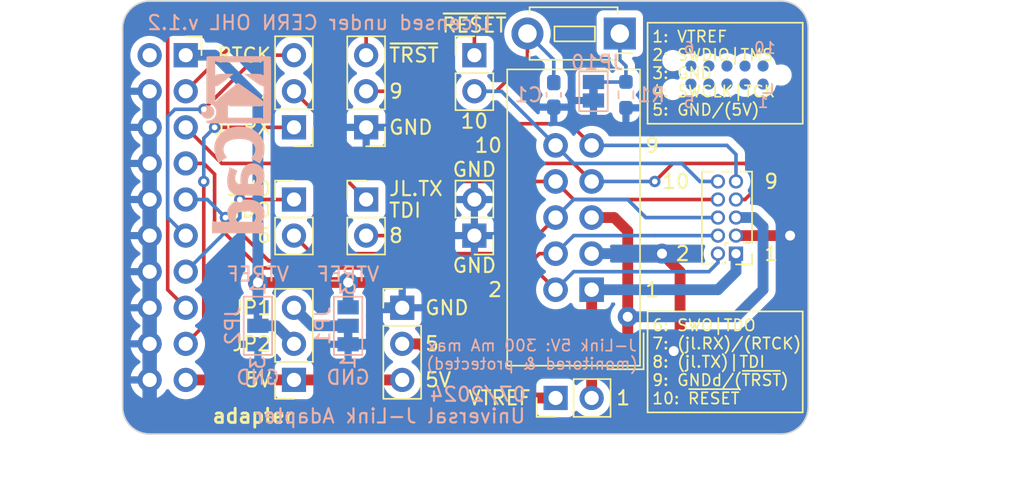
<source format=kicad_pcb>
(kicad_pcb (version 20221018) (generator pcbnew)
  (title_block (date "2020-12-26"))
  (layers (0 "F.Cu" signal) (31 "B.Cu" signal) (34 "B.Paste" user) (35 "F.Paste" user) (36 "B.SilkS" user "B.Silkscreen") (37 "F.SilkS" user "F.Silkscreen") (38 "B.Mask" user) (39 "F.Mask" user) (44 "Edge.Cuts" user))
  (net 0 "")
  (net 1 "/GND")
  (net 2 "/5V-Supply")
  (net 3 "/RXD")
  (net 4 "/~{RESET}")
  (net 5 "/SWO-TDO")
  (net 6 "/RTCK")
  (net 7 "/SWCLK-TCK")
  (net 8 "/SWDIO-TMS")
  (net 9 "/TXD-TDI")
  (net 10 "/~{TRST}")
  (net 11 "/VTREF")
  (net 12 "PIN9")
  (net 13 "PIN8")
  (net 14 "PIN7")
  (net 15 "PIN5")
  (net 16 "PIN1")
  (net 17 "VREG2")
  (net 18 "VREG1")
  (net 19 "PIN6")
  (net 21 "PIN10")
  (net 22 "Net-(JP10-B)")
  (footprint "Connector_PinSocket_2.54mm:PinSocket_1x03_P2.54mm_Vertical" (layer "F.Cu") (at 101.6 118.11 180)
    (fp_text reference "J4" hide)
    (fp_text value "Conn_01x03" hide)
    (pad "1" thru_hole rect (at 0 0 180) (size 1.7 1.7) (drill 1) (layers "*.Cu" "*.Mask") (net 2 "/5V-Supply"))
    (pad "2" thru_hole oval (at 0 2.54 180) (size 1.7 1.7) (drill 1) (layers "*.Cu" "*.Mask") (net 18 "VREG1"))
    (pad "3" thru_hole oval (at 0 5.08 180) (size 1.7 1.7) (drill 1) (layers "*.Cu" "*.Mask") (net 17 "VREG2"))
  )
  (footprint "Connector_PinHeader_2.54mm:PinHeader_1x02_P2.54mm_Vertical" (layer "F.Cu") (at 120.015 119.38 90)
    (fp_text reference "JP5" hide)
    (fp_text value "Jumper_2_Bridged" hide)
    (pad "1" thru_hole rect (at 0 0 90) (size 1.7 1.7) (drill 1) (layers "*.Cu" "*.Mask") (net 11 "/VTREF"))
    (pad "2" thru_hole oval (at 0 2.54 90) (size 1.7 1.7) (drill 1) (layers "*.Cu" "*.Mask") (net 16 "PIN1"))
  )
  (footprint "Connector_PinSocket_2.54mm:PinSocket_2x10_P2.54mm_Horizontal" (layer "F.Cu") (at 93.98 95.25)
    (fp_text reference "J1" hide)
    (fp_text value "Conn_02x10_Odd_Even" hide)
    (pad "1" thru_hole rect (at 0 0) (size 1.7 1.7) (drill 1) (layers "*.Cu" "*.Mask") (net 11 "/VTREF"))
    (pad "2" thru_hole oval (at -2.54 0) (size 1.7 1.7) (drill 1) (layers "*.Cu" "*.Mask"))
    (pad "3" thru_hole oval (at 0 2.54) (size 1.7 1.7) (drill 1) (layers "*.Cu" "*.Mask") (net 10 "/~{TRST}"))
    (pad "4" thru_hole oval (at -2.54 2.54) (size 1.7 1.7) (drill 1) (layers "*.Cu" "*.Mask") (net 1 "/GND"))
    (pad "5" thru_hole oval (at 0 5.08) (size 1.7 1.7) (drill 1) (layers "*.Cu" "*.Mask") (net 9 "/TXD-TDI"))
    (pad "6" thru_hole oval (at -2.54 5.08) (size 1.7 1.7) (drill 1) (layers "*.Cu" "*.Mask") (net 1 "/GND"))
    (pad "7" thru_hole oval (at 0 7.62) (size 1.7 1.7) (drill 1) (layers "*.Cu" "*.Mask") (net 8 "/SWDIO-TMS"))
    (pad "8" thru_hole oval (at -2.54 7.62) (size 1.7 1.7) (drill 1) (layers "*.Cu" "*.Mask") (net 1 "/GND"))
    (pad "9" thru_hole oval (at 0 10.16) (size 1.7 1.7) (drill 1) (layers "*.Cu" "*.Mask") (net 7 "/SWCLK-TCK"))
    (pad "10" thru_hole oval (at -2.54 10.16) (size 1.7 1.7) (drill 1) (layers "*.Cu" "*.Mask") (net 1 "/GND"))
    (pad "11" thru_hole oval (at 0 12.7) (size 1.7 1.7) (drill 1) (layers "*.Cu" "*.Mask") (net 6 "/RTCK"))
    (pad "12" thru_hole oval (at -2.54 12.7) (size 1.7 1.7) (drill 1) (layers "*.Cu" "*.Mask") (net 1 "/GND"))
    (pad "13" thru_hole oval (at 0 15.24) (size 1.7 1.7) (drill 1) (layers "*.Cu" "*.Mask") (net 5 "/SWO-TDO"))
    (pad "14" thru_hole oval (at -2.54 15.24) (size 1.7 1.7) (drill 1) (layers "*.Cu" "*.Mask") (net 1 "/GND"))
    (pad "15" thru_hole oval (at 0 17.78) (size 1.7 1.7) (drill 1) (layers "*.Cu" "*.Mask") (net 4 "/~{RESET}"))
    (pad "16" thru_hole oval (at -2.54 17.78) (size 1.7 1.7) (drill 1) (layers "*.Cu" "*.Mask") (net 1 "/GND"))
    (pad "17" thru_hole oval (at 0 20.32) (size 1.7 1.7) (drill 1) (layers "*.Cu" "*.Mask") (net 3 "/RXD"))
    (pad "18" thru_hole oval (at -2.54 20.32) (size 1.7 1.7) (drill 1) (layers "*.Cu" "*.Mask") (net 1 "/GND"))
    (pad "19" thru_hole oval (at 0 22.86) (size 1.7 1.7) (drill 1) (layers "*.Cu" "*.Mask") (net 2 "/5V-Supply"))
    (pad "20" thru_hole oval (at -2.54 22.86) (size 1.7 1.7) (drill 1) (layers "*.Cu" "*.Mask") (net 1 "/GND"))
  )
  (footprint "Connector_IDC:IDC-Header_2x05_P2.54mm_Vertical" (layer "F.Cu") (at 122.555 111.76 180)
    (fp_text reference "J2" hide)
    (fp_text value "Conn_02x05_Odd_Even" hide)
    (pad "1" thru_hole rect (at 0 0 180) (size 1.7272 1.7272) (drill 1.016) (layers "*.Cu" "*.Mask") (net 16 "PIN1"))
    (pad "2" thru_hole oval (at 2.54 0 180) (size 1.7272 1.7272) (drill 1.016) (layers "*.Cu" "*.Mask") (net 8 "/SWDIO-TMS"))
    (pad "3" thru_hole oval (at 0 2.54 180) (size 1.7272 1.7272) (drill 1.016) (layers "*.Cu" "*.Mask") (net 1 "/GND"))
    (pad "4" thru_hole oval (at 2.54 2.54 180) (size 1.7272 1.7272) (drill 1.016) (layers "*.Cu" "*.Mask") (net 7 "/SWCLK-TCK"))
    (pad "5" thru_hole oval (at 0 5.08 180) (size 1.7272 1.7272) (drill 1.016) (layers "*.Cu" "*.Mask") (net 15 "PIN5"))
    (pad "6" thru_hole oval (at 2.54 5.08 180) (size 1.7272 1.7272) (drill 1.016) (layers "*.Cu" "*.Mask") (net 19 "PIN6"))
    (pad "7" thru_hole oval (at 0 7.62 180) (size 1.7272 1.7272) (drill 1.016) (layers "*.Cu" "*.Mask") (net 14 "PIN7"))
    (pad "8" thru_hole oval (at 2.54 7.62 180) (size 1.7272 1.7272) (drill 1.016) (layers "*.Cu" "*.Mask") (net 13 "PIN8"))
    (pad "9" thru_hole oval (at 0 10.16 180) (size 1.7272 1.7272) (drill 1.016) (layers "*.Cu" "*.Mask") (net 12 "PIN9"))
    (pad "10" thru_hole oval (at 2.54 10.16 180) (size 1.7272 1.7272) (drill 1.016) (layers "*.Cu" "*.Mask") (net 21 "PIN10"))
  )
  (footprint "Connector_PinHeader_2.54mm:PinHeader_1x02_P2.54mm_Vertical" (layer "F.Cu") (at 106.68 105.41)
    (fp_text reference "JP4" hide)
    (fp_text value "Jumper_2_Bridged" hide)
    (pad "1" thru_hole rect (at 0 0) (size 1.7 1.7) (drill 1) (layers "*.Cu" "*.Mask") (net 9 "/TXD-TDI"))
    (pad "2" thru_hole oval (at 0 2.54) (size 1.7 1.7) (drill 1) (layers "*.Cu" "*.Mask") (net 13 "PIN8"))
  )
  (footprint "Connector_PinHeader_2.54mm:PinHeader_1x03_P2.54mm_Vertical" (layer "F.Cu") (at 101.6 100.33 180)
    (fp_text reference "JP6" hide)
    (fp_text value "Jumper_3_Bridged12" hide)
    (pad "1" thru_hole rect (at 0 0 180) (size 1.7 1.7) (drill 1) (layers "*.Cu" "*.Mask") (net 3 "/RXD"))
    (pad "2" thru_hole oval (at 0 2.54 180) (size 1.7 1.7) (drill 1) (layers "*.Cu" "*.Mask") (net 14 "PIN7"))
    (pad "3" thru_hole oval (at 0 5.08 180) (size 1.7 1.7) (drill 1) (layers "*.Cu" "*.Mask") (net 6 "/RTCK"))
  )
  (footprint "Connector_PinHeader_2.54mm:PinHeader_1x03_P2.54mm_Vertical" (layer "F.Cu") (at 106.68 100.33 180)
    (fp_text reference "JP7" hide)
    (fp_text value "Jumper_3_Bridged12" hide)
    (pad "1" thru_hole rect (at 0 0 180) (size 1.7 1.7) (drill 1) (layers "*.Cu" "*.Mask") (net 1 "/GND"))
    (pad "2" thru_hole oval (at 0 2.54 180) (size 1.7 1.7) (drill 1) (layers "*.Cu" "*.Mask") (net 12 "PIN9"))
    (pad "3" thru_hole oval (at 0 5.08 180) (size 1.7 1.7) (drill 1) (layers "*.Cu" "*.Mask") (net 10 "/~{TRST}"))
  )
  (footprint "Connector_PinHeader_2.54mm:PinHeader_1x03_P2.54mm_Vertical" (layer "F.Cu") (at 109.22 113.03)
    (fp_text reference "JP3" hide)
    (fp_text value "Jumper_3_Bridged12" hide)
    (pad "1" thru_hole rect (at 0 0) (size 1.7 1.7) (drill 1) (layers "*.Cu" "*.Mask") (net 1 "/GND"))
    (pad "2" thru_hole oval (at 0 2.54) (size 1.7 1.7) (drill 1) (layers "*.Cu" "*.Mask") (net 15 "PIN5"))
    (pad "3" thru_hole oval (at 0 5.08) (size 1.7 1.7) (drill 1) (layers "*.Cu" "*.Mask") (net 2 "/5V-Supply"))
  )
  (footprint "Connector_PinHeader_1.27mm:PinHeader_2x05_P1.27mm_Vertical" (layer "F.Cu") (at 132.715 109.22 180)
    (fp_text reference "J3" hide)
    (fp_text value "Conn_02x05_Odd_Even" hide)
    (pad "1" thru_hole rect (at 0 0 180) (size 1 1) (drill 0.65) (layers "*.Cu" "*.Mask") (net 16 "PIN1"))
    (pad "2" thru_hole oval (at 1.27 0 180) (size 1 1) (drill 0.65) (layers "*.Cu" "*.Mask") (net 8 "/SWDIO-TMS"))
    (pad "3" thru_hole oval (at 0 1.27 180) (size 1 1) (drill 0.65) (layers "*.Cu" "*.Mask") (net 1 "/GND"))
    (pad "4" thru_hole oval (at 1.27 1.27 180) (size 1 1) (drill 0.65) (layers "*.Cu" "*.Mask") (net 7 "/SWCLK-TCK"))
    (pad "5" thru_hole oval (at 0 2.54 180) (size 1 1) (drill 0.65) (layers "*.Cu" "*.Mask") (net 15 "PIN5"))
    (pad "6" thru_hole oval (at 1.27 2.54 180) (size 1 1) (drill 0.65) (layers "*.Cu" "*.Mask") (net 19 "PIN6"))
    (pad "7" thru_hole oval (at 0 3.81 180) (size 1 1) (drill 0.65) (layers "*.Cu" "*.Mask") (net 14 "PIN7"))
    (pad "8" thru_hole oval (at 1.27 3.81 180) (size 1 1) (drill 0.65) (layers "*.Cu" "*.Mask") (net 13 "PIN8"))
    (pad "9" thru_hole oval (at 0 5.08 180) (size 1 1) (drill 0.65) (layers "*.Cu" "*.Mask") (net 12 "PIN9"))
    (pad "10" thru_hole oval (at 1.27 5.08 180) (size 1 1) (drill 0.65) (layers "*.Cu" "*.Mask") (net 21 "PIN10"))
  )
  (footprint "Connector_PinHeader_2.54mm:PinHeader_1x02_P2.54mm_Vertical" (layer "F.Cu") (at 101.6 105.41)
    (fp_text reference "JP8" hide)
    (fp_text value "Jumper_2_Bridged" hide)
    (pad "1" thru_hole rect (at 0 0) (size 1.7 1.7) (drill 1) (layers "*.Cu" "*.Mask") (net 5 "/SWO-TDO"))
    (pad "2" thru_hole oval (at 0 2.54) (size 1.7 1.7) (drill 1) (layers "*.Cu" "*.Mask") (net 19 "PIN6"))
  )
  (footprint "Connector_PinHeader_2.54mm:PinHeader_1x02_P2.54mm_Vertical" (layer "F.Cu") (at 114.3 107.95 180)
    (fp_text reference "J5" hide)
    (fp_text value "Conn_01x02_Pin" hide)
    (pad "1" thru_hole rect (at 0 0 180) (size 1.7 1.7) (drill 1) (layers "*.Cu" "*.Mask") (net 1 "/GND"))
    (pad "2" thru_hole oval (at 0 2.54 180) (size 1.7 1.7) (drill 1) (layers "*.Cu" "*.Mask") (net 1 "/GND"))
  )
  (footprint "Connector_PinHeader_2.54mm:PinHeader_1x02_P2.54mm_Vertical" (layer "F.Cu") (at 114.3 95.25)
    (fp_text reference "JP9" hide)
    (fp_text value "Jumper_2_Bridged" hide)
    (pad "1" thru_hole rect (at 0 0) (size 1.7 1.7) (drill 1) (layers "*.Cu" "*.Mask") (net 4 "/~{RESET}"))
    (pad "2" thru_hole oval (at 0 2.54) (size 1.7 1.7) (drill 1) (layers "*.Cu" "*.Mask") (net 21 "PIN10"))
  )
  (footprint "Button_Switch_THT:SW_PUSH_1P1T_6x3.5mm_H4.3_APEM_MJTP1243" (layer "F.Cu") (at 124.535 93.726 180)
    (fp_text reference "SW1" hide)
    (fp_text value "SW_Push" hide)
    (pad "1" thru_hole rect (at 0 0 270) (size 2.25 2.25) (drill 1.3) (layers "*.Cu" "*.Mask") (net 22 "Net-(JP10-B)"))
    (pad "2" thru_hole circle (at 6.5 0 270) (size 2.25 2.25) (drill 1.3) (layers "*.Cu" "*.Mask") (net 21 "PIN10"))
  )
  (footprint "Jumper:SolderJumper-3_P1.3mm_Bridged12_Pad1.0x1.5mm_NumberLabels" (layer "B.Cu") (at 99.06 114.3 -90)
    (fp_text reference "JP2" (at 0 1.778 90) (layer "B.SilkS") (effects (justify mirror)))
    (fp_text value "SolderJumper_3_Bridged12" hide)
    (fp_text user "GND" (at 3.048 0) (layer "B.SilkS") (effects (justify top mirror)))
    (fp_text user "1" (at -2.6 0 90) (layer "B.SilkS") (effects (justify mirror)))
    (fp_text user "VTREF" (at -3.048 0) (layer "B.SilkS") (effects (justify bottom mirror)))
    (fp_text user "3" (at 2.6 0 90) (layer "B.SilkS") (effects (justify mirror)))
    (fp_poly (pts (xy -0.9 0.3) (xy -0.4 0.3) (xy -0.4 -0.3) (xy -0.9 -0.3)) (fill solid) (layer "B.Cu"))
    (pad "1" smd rect (at -1.3 0 270) (size 1 1.5) (layers "B.Cu" "B.Mask") (net 11 "/VTREF"))
    (pad "2" smd rect (at 0 0 270) (size 1 1.5) (layers "B.Cu" "B.Mask") (net 18 "VREG1"))
    (pad "3" smd rect (at 1.3 0 270) (size 1 1.5) (layers "B.Cu" "B.Mask") (net 1 "/GND"))
  )
  (footprint "Jumper:SolderJumper-3_P1.3mm_Bridged12_Pad1.0x1.5mm_NumberLabels" (layer "B.Cu") (at 105.41 114.3 90)
    (fp_text reference "JP1" (at 0 -1.778 90) (layer "B.SilkS") (effects (justify mirror)))
    (fp_text value "SolderJumper_3_Bridged12" hide)
    (fp_text user "3" (at 2.6 0 270) (layer "B.SilkS") (effects (justify mirror)))
    (fp_text user "1" (at -2.6 0 270) (layer "B.SilkS") (effects (justify mirror)))
    (fp_text user "VTREF" (at 3.048 0 180) (layer "B.SilkS") (effects (justify bottom mirror)))
    (fp_text user "GND" (at -3.048 0 180) (layer "B.SilkS") (effects (justify top mirror)))
    (fp_poly (pts (xy -0.9 0.3) (xy -0.4 0.3) (xy -0.4 -0.3) (xy -0.9 -0.3)) (fill solid) (layer "B.Cu"))
    (pad "1" smd rect (at -1.3 0 90) (size 1 1.5) (layers "B.Cu" "B.Mask") (net 1 "/GND"))
    (pad "2" smd rect (at 0 0 90) (size 1 1.5) (layers "B.Cu" "B.Mask") (net 17 "VREG2"))
    (pad "3" smd rect (at 1.3 0 90) (size 1 1.5) (layers "B.Cu" "B.Mask") (net 11 "/VTREF"))
  )
  (footprint "Symbol:KiCad-Logo_5mm_SilkScreen" (layer "B.Cu") (at 98.044 101.6 -90)
    (fp_text reference "REF**" hide)
    (fp_text value "KiCad-Logo_5mm_SilkScreen" hide)
  )
  (footprint "BrechtVE_Aesthetics:OSHW-Logo_5.7x6mm_SolderMask" (layer "B.Cu") (at 132.08 118.11 180)
    (fp_text reference "G1" hide)
    (fp_text value "Symbol_OSHW-Logo_11.4x12mm" hide)
  )
  (footprint "Connector:Tag-Connect_TC2050-IDC-NL_2x05_P1.27mm_Vertical" (layer "B.Cu") (at 132.08 96.647 180)
    (fp_text reference "REF**" hide)
    (fp_text value "Tag-Connect_TC2050-IDC-NL_2x05_P1.27mm_Vertical")
    (pad "" np_thru_hole circle (at -3.81 0 180) (size 0.9906 0.9906) (drill 0.9906) (layers "*.Cu" "*.Mask"))
    (pad "" np_thru_hole circle (at 3.81 -1.016 180) (size 0.9906 0.9906) (drill 0.9906) (layers "*.Cu" "*.Mask"))
    (pad "" np_thru_hole circle (at 3.81 1.016 180) (size 0.9906 0.9906) (drill 0.9906) (layers "*.Cu" "*.Mask"))
    (pad "1" connect circle (at -2.54 -0.635 180) (size 0.7874 0.7874) (layers "B.Cu" "B.Mask"))
    (pad "2" connect circle (at -1.27 -0.635 180) (size 0.7874 0.7874) (layers "B.Cu" "B.Mask"))
    (pad "3" connect circle (at 0 -0.635 180) (size 0.7874 0.7874) (layers "B.Cu" "B.Mask"))
    (pad "4" connect circle (at 1.27 -0.635 180) (size 0.7874 0.7874) (layers "B.Cu" "B.Mask"))
    (pad "5" connect circle (at 2.54 -0.635 180) (size 0.7874 0.7874) (layers "B.Cu" "B.Mask"))
    (pad "6" connect circle (at 2.54 0.635 180) (size 0.7874 0.7874) (layers "B.Cu" "B.Mask"))
    (pad "7" connect circle (at 1.27 0.635 180) (size 0.7874 0.7874) (layers "B.Cu" "B.Mask"))
    (pad "8" connect circle (at 0 0.635 180) (size 0.7874 0.7874) (layers "B.Cu" "B.Mask"))
    (pad "9" connect circle (at -1.27 0.635 180) (size 0.7874 0.7874) (layers "B.Cu" "B.Mask"))
    (pad "10" connect circle (at -2.54 0.635 180) (size 0.7874 0.7874) (layers "B.Cu" "B.Mask"))
  )
  (footprint "Jumper:SolderJumper-2_P1.3mm_Bridged_Pad1.0x1.5mm" (layer "B.Cu") (at 122.682 97.79 90)
    (fp_text reference "JP10" (at 2.032 0.254 180) (layer "B.SilkS") (effects (justify mirror)))
    (fp_text value "SolderJumper_2_Bridged" hide)
    (fp_poly (pts (xy -0.25 0.3) (xy 0.25 0.3) (xy 0.25 -0.3) (xy -0.25 -0.3)) (fill solid) (layer "B.Cu"))
    (pad "1" smd rect (at -0.65 0 90) (size 1 1.5) (layers "B.Cu" "B.Mask") (net 1 "/GND"))
    (pad "2" smd rect (at 0.65 0 90) (size 1 1.5) (layers "B.Cu" "B.Mask") (net 22 "Net-(JP10-B)"))
  )
  (footprint "Resistor_SMD:R_0603_1608Metric_Pad0.98x0.95mm_HandSolder" (layer "B.Cu") (at 124.968 98.044 90)
    (fp_text reference "R1" (at 0 1.778 180) (layer "B.SilkS") (effects (justify mirror)))
    (fp_text value "100 Ω")
    (pad "1" smd roundrect (at -0.9125 0 90) (size 0.975 0.95) (layers "B.Cu" "B.Paste" "B.Mask") (net 1 "/GND"))
    (pad "2" smd roundrect (at 0.9125 0 90) (size 0.975 0.95) (layers "B.Cu" "B.Paste" "B.Mask") (net 22 "Net-(JP10-B)"))
  )
  (footprint "Capacitor_SMD:C_0603_1608Metric_Pad1.08x0.95mm_HandSolder" (layer "B.Cu") (at 119.888 98.044 90)
    (fp_text reference "C1" (at 0 -1.778 180) (layer "B.SilkS") (effects (justify mirror)))
    (fp_text value "100 nF")
    (pad "1" smd roundrect (at -0.8625 0 90) (size 1.075 0.95) (layers "B.Cu" "B.Paste" "B.Mask") (net 1 "/GND"))
    (pad "2" smd roundrect (at 0.8625 0 90) (size 1.075 0.95) (layers "B.Cu" "B.Paste" "B.Mask") (net 21 "PIN10"))
  )
  (gr_line (start 137.414 100.076) (end 126.492 100.076) (stroke (width 0.12)) (layer "F.SilkS"))
  (gr_line (start 126.492 92.964) (end 137.414 92.964) (stroke (width 0.12)) (layer "F.SilkS"))
  (gr_line (start 126.492 92.964) (end 126.492 100.076) (stroke (width 0.12)) (layer "F.SilkS"))
  (gr_line (start 126.492 120.396) (end 126.492 113.284) (stroke (width 0.12)) (layer "F.SilkS"))
  (gr_line (start 137.414 120.396) (end 126.492 120.396) (stroke (width 0.12)) (layer "F.SilkS"))
  (gr_line (start 137.414 92.964) (end 137.414 100.076) (stroke (width 0.12)) (layer "F.SilkS"))
  (gr_line (start 137.414 113.284) (end 137.414 120.396) (stroke (width 0.12)) (layer "F.SilkS"))
  (gr_line (start 126.492 113.284) (end 137.414 113.284) (stroke (width 0.12)) (layer "F.SilkS"))
  (gr_arc (start 135.89 91.44) (mid 137.237038 91.997962) (end 137.795 93.345) (stroke (width 0.1016)) (layer "Edge.Cuts"))
  (gr_line (start 137.795 120.015) (end 137.795 93.345) (stroke (width 0.1016)) (layer "Edge.Cuts"))
  (gr_arc (start 91.44 121.92) (mid 90.092962 121.362038) (end 89.535 120.015) (stroke (width 0.1016)) (layer "Edge.Cuts"))
  (gr_line (start 91.44 121.92) (end 135.89 121.92) (stroke (width 0.1016)) (layer "Edge.Cuts"))
  (gr_arc (start 137.795 120.015) (mid 137.237038 121.362038) (end 135.89 121.92) (stroke (width 0.1016)) (layer "Edge.Cuts"))
  (gr_line (start 135.89 91.44) (end 91.44 91.44) (stroke (width 0.1016)) (layer "Edge.Cuts"))
  (gr_arc (start 89.535 93.345) (mid 90.092962 91.997962) (end 91.44 91.44) (stroke (width 0.1016)) (layer "Edge.Cuts"))
  (gr_line (start 89.535 93.345) (end 89.535 120.015) (stroke (width 0.1016)) (layer "Edge.Cuts"))
  (gr_text ".brechtve.be" (at 101.346 120.65) (layer "F.Cu") (effects (font (size 1 1) (thickness 0.2)) (justify left)))
  (gr_text "J-Link 5V: 300 mA max\n(monitored & protected)" (at 118.364 116.332) (layer "B.SilkS") (effects (font (size 0.8 0.8) (thickness 0.12)) (justify mirror)))
  (gr_text "1" (at 134.62 98.552) (layer "B.SilkS") (effects (font (size 0.8 0.8) (thickness 0.12)) (justify mirror)))
  (gr_text "6" (at 129.413 94.742) (layer "B.SilkS") (effects (font (size 0.8 0.8) (thickness 0.12)) (justify mirror)))
  (gr_text "10" (at 134.747 94.742) (layer "B.SilkS") (effects (font (size 0.8 0.8) (thickness 0.12)) (justify mirror)))
  (gr_text "Universal J-Link Adapter" (at 117.983 120.65) (layer "B.SilkS") (effects (font (size 1 1)) (justify left mirror)))
  (gr_text "5" (at 129.413 98.552) (layer "B.SilkS") (effects (font (size 0.8 0.8) (thickness 0.12)) (justify mirror)))
  (gr_text "Licensed under CERN OHL v.1.2" (at 103.378 92.964) (layer "B.SilkS") (effects (font (size 1 1)) (justify mirror)))
  (gr_text "07/2024" (at 114.554 119.126) (layer "B.SilkS") (effects (font (size 1 1)) (justify mirror)))
  (gr_text "1" (at 126.238 111.76) (layer "F.SilkS") (effects (font (size 1 1)) (justify left)))
  (gr_text "JL.TX" (at 108.204 104.648) (layer "F.SilkS") (effects (font (size 1 1)) (justify left)))
  (gr_text "10" (at 114.3 99.314) (layer "F.SilkS") (effects (font (size 1 1)) (justify top)))
  (gr_text "TDI" (at 108.204 106.172) (layer "F.SilkS") (effects (font (size 1 1)) (justify left)))
  (gr_text "VTREF" (at 118.364 119.38) (layer "F.SilkS") (effects (font (size 1 1)) (justify right)))
  (gr_text "5V" (at 100.076 118.11) (layer "F.SilkS") (effects (font (size 1 1)) (justify right)))
  (gr_text "1: VTREF\n2: SWDIO|TMS\n3: GND\n4: SWCLK|TCK\n5: GND/(5V)\n" (at 126.746 96.52) (layer "F.SilkS") (effects (font (size 0.8 0.8) (thickness 0.12)) (justify left)))
  (gr_text "10" (at 129.54 104.14) (layer "F.SilkS") (effects (font (size 1 1)) (justify right)))
  (gr_text "1" (at 134.62 109.22) (layer "F.SilkS") (effects (font (size 1 1)) (justify left)))
  (gr_text "2" (at 129.54 109.22) (layer "F.SilkS") (effects (font (size 1 1)) (justify right)))
  (gr_text "RTCK" (at 100.076 95.25) (layer "F.SilkS") (effects (font (size 1 1)) (justify right)))
  (gr_text "6: SWO|TDO\n7: (jl.RX)/(RTCK)\n8: (jl.TX)|TDI\n9: GNDd/(~{TRST})\n10: ~{RESET}" (at 126.746 116.84) (layer "F.SilkS") (effects (font (size 0.8 0.8) (thickness 0.12)) (justify left)))
  (gr_text "adapter" (at 95.758 120.65) (layer "F.SilkS") (effects (font (size 1 1) (thickness 0.2)) (justify left)))
  (gr_text "2" (at 116.332 111.76) (layer "F.SilkS") (effects (font (size 1 1)) (justify right)))
  (gr_text "9" (at 126.238 101.6) (layer "F.SilkS") (effects (font (size 1 1)) (justify left)))
  (gr_text "SWO" (at 100.076 104.648) (layer "F.SilkS") (effects (font (size 1 1)) (justify right)))
  (gr_text "6" (at 100.076 107.95) (layer "F.SilkS") (effects (font (size 1 1)) (justify right)))
  (gr_text "5V" (at 110.744 118.11) (layer "F.SilkS") (effects (font (size 1 1)) (justify left)))
  (gr_text "~{RESET}" (at 114.3 93.726) (layer "F.SilkS") (effects (font (size 1 1)) (justify bottom)))
  (gr_text "9" (at 108.204 97.79) (layer "F.SilkS") (effects (font (size 1 1)) (justify left)))
  (gr_text "GND" (at 114.3 109.474) (layer "F.SilkS") (effects (font (size 1 1)) (justify top)))
  (gr_text "8" (at 108.204 107.95) (layer "F.SilkS") (effects (font (size 1 1)) (justify left)))
  (gr_text "JP1" (at 100.076 113.03) (layer "F.SilkS") (effects (font (size 1 1)) (justify right)))
  (gr_text "7" (at 100.076 97.79) (layer "F.SilkS") (effects (font (size 1 1)) (justify right)))
  (gr_text "~{TRST}" (at 108.204 95.25) (layer "F.SilkS") (effects (font (size 1 1)) (justify left)))
  (gr_text "JL.RX" (at 100.076 100.33) (layer "F.SilkS") (effects (font (size 1 1)) (justify right)))
  (gr_text "GND" (at 114.3 103.886) (layer "F.SilkS") (effects (font (size 1 1)) (justify bottom)))
  (gr_text "5" (at 110.744 115.57) (layer "F.SilkS") (effects (font (size 1 1)) (justify left)))
  (gr_text "TDO" (at 100.076 106.172) (layer "F.SilkS") (effects (font (size 1 1)) (justify right)))
  (gr_text "GND" (at 110.744 113.03) (layer "F.SilkS") (effects (font (size 1 1)) (justify left)))
  (gr_text "1" (at 124.206 119.38) (layer "F.SilkS") (effects (font (size 1 1)) (justify left)))
  (gr_text "10" (at 116.332 101.6) (layer "F.SilkS") (effects (font (size 1 1)) (justify right)))
  (gr_text "JP2" (at 100.076 115.57) (layer "F.SilkS") (effects (font (size 1 1)) (justify right)))
  (gr_text "GND" (at 108.204 100.33) (layer "F.SilkS") (effects (font (size 1 1)) (justify left)))
  (gr_text "9" (at 134.62 104.14) (layer "F.SilkS") (effects (font (size 1 1)) (justify left)))
  (segment (start 127.508 109.22) (end 128.778 110.49) (width 0.762) (layer "F.Cu") (net 1))
  (segment (start 128.778 110.49) (end 128.778 116.078) (width 0.762) (layer "F.Cu") (net 1))
  (segment (start 132.715 107.95) (end 136.525 107.95) (width 0.762) (layer "F.Cu") (net 1))
  (via (at 136.525 107.95) (size 1.4) (drill 0.7) (layers "F.Cu" "B.Cu") (net 1))
  (via (at 127.508 109.22) (size 1.4) (drill 0.7) (layers "F.Cu" "B.Cu") (net 1))
  (via (at 128.3335 116.078) (size 1.4) (drill 0.7) (layers "F.Cu" "B.Cu") (net 1))
  (segment (start 107.285 115.6) (end 107.315 115.57) (width 0.762) (layer "B.Cu") (net 1))
  (segment (start 107.315 113.03) (end 109.22 113.03) (width 0.762) (layer "B.Cu") (net 1))
  (segment (start 122.555 109.22) (end 127.508 109.22) (width 0.762) (layer "B.Cu") (net 1))
  (segment (start 91.44 97.79) (end 91.44 120.015) (width 1.016) (layer "B.Cu") (net 1))
  (segment (start 105.41 115.6) (end 107.285 115.6) (width 0.762) (layer "B.Cu") (net 1))
  (segment (start 107.315 115.57) (end 107.315 113.03) (width 0.762) (layer "B.Cu") (net 1))
  (segment (start 101.6 118.11) (end 109.22 118.11) (width 0.762) (layer "F.Cu") (net 2))
  (segment (start 93.98 118.11) (end 101.6 118.11) (width 0.762) (layer "F.Cu") (net 2))
  (segment (start 101.6 100.33) (end 96.012 100.33) (width 0.254) (layer "F.Cu") (net 3))
  (segment (start 95.25 104.14) (end 95.25 114.3) (width 0.254) (layer "F.Cu") (net 3))
  (segment (start 95.25 114.3) (end 93.98 115.57) (width 0.254) (layer "F.Cu") (net 3))
  (via (at 95.25 104.14) (size 0.8) (drill 0.4) (layers "F.Cu" "B.Cu") (net 3))
  (via (at 96.012 100.33) (size 0.8) (drill 0.4) (layers "F.Cu" "B.Cu") (net 3))
  (segment (start 96.012 100.33) (end 95.25 101.092) (width 0.254) (layer "B.Cu") (net 3))
  (segment (start 95.25 101.092) (end 95.25 104.14) (width 0.254) (layer "B.Cu") (net 3))
  (segment (start 93.472 92.71) (end 113.538 92.71) (width 0.254) (layer "F.Cu") (net 4))
  (segment (start 92.71 93.472) (end 93.472 92.71) (width 0.254) (layer "F.Cu") (net 4))
  (segment (start 92.71 111.76) (end 92.71 93.472) (width 0.254) (layer "F.Cu") (net 4))
  (segment (start 114.3 93.472) (end 114.3 95.25) (width 0.254) (layer "F.Cu") (net 4))
  (segment (start 93.98 113.03) (end 92.71 111.76) (width 0.254) (layer "F.Cu") (net 4))
  (segment (start 113.538 92.71) (end 114.3 93.472) (width 0.254) (layer "F.Cu") (net 4))
  (segment (start 97.79 105.41) (end 101.6 105.41) (width 0.254) (layer "F.Cu") (net 5))
  (via (at 97.79 105.41) (size 0.8) (drill 0.4) (layers "F.Cu" "B.Cu") (net 5))
  (segment (start 97.075134 107.407) (end 97.063 107.407) (width 0.254) (layer "B.Cu") (net 5))
  (segment (start 97.063 107.407) (end 93.98 110.49) (width 0.254) (layer "B.Cu") (net 5))
  (segment (start 97.79 106.692134) (end 97.075134 107.407) (width 0.254) (layer "B.Cu") (net 5))
  (segment (start 97.79 105.41) (end 97.79 106.692134) (width 0.254) (layer "B.Cu") (net 5))
  (segment (start 95.25 99.06) (end 99.06 95.25) (width 0.254) (layer "F.Cu") (net 6))
  (segment (start 99.06 95.25) (end 101.6 95.25) (width 0.254) (layer "F.Cu") (net 6))
  (via (at 95.25 99.06) (size 0.8) (drill 0.4) (layers "F.Cu" "B.Cu") (net 6))
  (segment (start 92.71 99.568) (end 93.218 99.06) (width 0.254) (layer "B.Cu") (net 6))
  (segment (start 93.98 107.95) (end 92.71 106.68) (width 0.254) (layer "B.Cu") (net 6))
  (segment (start 93.218 99.06) (end 95.25 99.06) (width 0.254) (layer "B.Cu") (net 6))
  (segment (start 92.71 106.68) (end 92.71 99.568) (width 0.254) (layer "B.Cu") (net 6))
  (segment (start 96.774 106.68) (end 99.822 109.728) (width 0.254) (layer "F.Cu") (net 7))
  (segment (start 118.364 109.728) (end 118.872 109.22) (width 0.254) (layer "F.Cu") (net 7))
  (segment (start 99.822 109.728) (end 118.364 109.728) (width 0.254) (layer "F.Cu") (net 7))
  (segment (start 118.872 109.22) (end 120.015 109.22) (width 0.254) (layer "F.Cu") (net 7))
  (via (at 96.774 106.68) (size 0.8) (drill 0.4) (layers "F.Cu" "B.Cu") (net 7))
  (segment (start 95.504 105.41) (end 93.98 105.41) (width 0.254) (layer "B.Cu") (net 7))
  (segment (start 120.015 109.22) (end 121.285 107.95) (width 0.254) (layer "B.Cu") (net 7))
  (segment (start 127 107.95) (end 131.445 107.95) (width 0.254) (layer "B.Cu") (net 7))
  (segment (start 121.285 107.95) (end 127 107.95) (width 0.254) (layer "B.Cu") (net 7))
  (segment (start 96.774 106.68) (end 95.504 105.41) (width 0.254) (layer "B.Cu") (net 7))
  (segment (start 95.25 102.87) (end 96.012 103.632) (width 0.254) (layer "F.Cu") (net 8))
  (segment (start 96.012 103.632) (end 96.012 107.061) (width 0.254) (layer "F.Cu") (net 8))
  (segment (start 96.012 107.061) (end 99.176 110.225) (width 0.254) (layer "F.Cu") (net 8))
  (segment (start 99.176 110.225) (end 118.48 110.225) (width 0.254) (layer "F.Cu") (net 8))
  (segment (start 93.98 102.87) (end 95.25 102.87) (width 0.254) (layer "F.Cu") (net 8))
  (segment (start 118.48 110.225) (end 120.015 111.76) (width 0.254) (layer "F.Cu") (net 8))
  (segment (start 130.81 110.49) (end 131.445 109.855) (width 0.254) (layer "B.Cu") (net 8))
  (segment (start 120.015 111.76) (end 121.285 110.49) (width 0.254) (layer "B.Cu") (net 8))
  (segment (start 121.285 110.49) (end 130.81 110.49) (width 0.254) (layer "B.Cu") (net 8))
  (segment (start 131.445 109.855) (end 131.445 109.22) (width 0.254) (layer "B.Cu") (net 8))
  (segment (start 96.52 102.87) (end 104.14 102.87) (width 0.254) (layer "F.Cu") (net 9))
  (segment (start 104.14 102.87) (end 106.68 105.41) (width 0.254) (layer "F.Cu") (net 9))
  (segment (start 93.98 100.33) (end 96.52 102.87) (width 0.254) (layer "F.Cu") (net 9))
  (segment (start 105.918 93.218) (end 106.68 93.98) (width 0.254) (layer "F.Cu") (net 10))
  (segment (start 106.68 93.98) (end 106.68 95.25) (width 0.254) (layer "F.Cu") (net 10))
  (segment (start 98.552 93.218) (end 105.918 93.218) (width 0.254) (layer "F.Cu") (net 10))
  (segment (start 93.98 97.79) (end 98.552 93.218) (width 0.254) (layer "F.Cu") (net 10))
  (segment (start 114.3 113.284) (end 114.3 117.856) (width 0.762) (layer "F.Cu") (net 11))
  (segment (start 105.41 111.252) (end 112.268 111.252) (width 0.762) (layer "F.Cu") (net 11))
  (segment (start 99.06 111.252) (end 105.41 111.252) (width 0.762) (layer "F.Cu") (net 11))
  (segment (start 112.268 111.252) (end 114.3 113.284) (width 0.762) (layer "F.Cu") (net 11))
  (segment (start 115.824 119.38) (end 120.015 119.38) (width 0.762) (layer "F.Cu") (net 11))
  (segment (start 114.3 117.856) (end 115.824 119.38) (width 0.762) (layer "F.Cu") (net 11))
  (via (at 105.41 111.252) (size 1.4) (drill 0.7) (layers "F.Cu" "B.Cu") (net 11))
  (via (at 99.06 111.252) (size 1.4) (drill 0.7) (layers "F.Cu" "B.Cu") (net 11))
  (segment (start 99.06 111.252) (end 99.06 112.819) (width 0.762) (layer "B.Cu") (net 11))
  (segment (start 99.06 98.298) (end 96.012 95.25) (width 0.762) (layer "B.Cu") (net 11))
  (segment (start 99.06 111.252) (end 99.06 98.298) (width 0.762) (layer "B.Cu") (net 11))
  (segment (start 96.012 95.25) (end 93.98 95.25) (width 0.762) (layer "B.Cu") (net 11))
  (segment (start 105.41 111.252) (end 105.41 113) (width 0.762) (layer "B.Cu") (net 11))
  (segment (start 121.031 100.076) (end 122.555 101.6) (width 0.254) (layer "F.Cu") (net 12))
  (segment (start 110.744 100.076) (end 121.031 100.076) (width 0.254) (layer "F.Cu") (net 12))
  (segment (start 108.458 97.79) (end 110.744 100.076) (width 0.254) (layer "F.Cu") (net 12))
  (segment (start 106.68 97.79) (end 108.458 97.79) (width 0.254) (layer "F.Cu") (net 12))
  (segment (start 132.715 102.235) (end 132.715 104.14) (width 0.254) (layer "B.Cu") (net 12))
  (segment (start 122.555 101.6) (end 132.08 101.6) (width 0.254) (layer "B.Cu") (net 12))
  (segment (start 132.08 101.6) (end 132.715 102.235) (width 0.254) (layer "B.Cu") (net 12))
  (segment (start 106.68 107.95) (end 108.204 107.95) (width 0.254) (layer "F.Cu") (net 13))
  (segment (start 112.014 104.14) (end 120.015 104.14) (width 0.254) (layer "F.Cu") (net 13))
  (segment (start 121.285 105.41) (end 131.445 105.41) (width 0.254) (layer "F.Cu") (net 13))
  (segment (start 108.204 107.95) (end 112.014 104.14) (width 0.254) (layer "F.Cu") (net 13))
  (segment (start 120.015 104.14) (end 121.285 105.41) (width 0.254) (layer "F.Cu") (net 13))
  (segment (start 133.35 102.87) (end 133.985 103.505) (width 0.254) (layer "F.Cu") (net 14))
  (segment (start 106.68 102.87) (end 121.285 102.87) (width 0.254) (layer "F.Cu") (net 14))
  (segment (start 127 104.14) (end 128.27 102.87) (width 0.254) (layer "F.Cu") (net 14))
  (segment (start 133.985 103.505) (end 133.985 104.775) (width 0.254) (layer "F.Cu") (net 14))
  (segment (start 133.985 104.775) (end 133.35 105.41) (width 0.254) (layer "F.Cu") (net 14))
  (segment (start 128.27 102.87) (end 133.35 102.87) (width 0.254) (layer "F.Cu") (net 14))
  (segment (start 101.6 97.79) (end 106.68 102.87) (width 0.254) (layer "F.Cu") (net 14))
  (segment (start 122.555 104.14) (end 123.19 104.14) (width 0.254) (layer "F.Cu") (net 14))
  (segment (start 121.285 102.87) (end 122.555 104.14) (width 0.254) (layer "F.Cu") (net 14))
  (segment (start 133.35 105.41) (end 132.715 105.41) (width 0.254) (layer "F.Cu") (net 14))
  (via (at 127 104.14) (size 0.8) (drill 0.4) (layers "F.Cu" "B.Cu") (net 14))
  (segment (start 122.555 104.14) (end 127 104.14) (width 0.254) (layer "B.Cu") (net 14))
  (segment (start 124.1425 106.68) (end 122.555 106.68) (width 0.762) (layer "F.Cu") (net 15))
  (segment (start 123.825 121.285) (end 125.095 120.015) (width 0.762) (layer "F.Cu") (net 15))
  (segment (start 125.095 107.6325) (end 124.1425 106.68) (width 0.762) (layer "F.Cu") (net 15))
  (segment (start 125.095 114.3) (end 125.095 107.6325) (width 0.762) (layer "F.Cu") (net 15))
  (segment (start 109.22 115.57) (end 110.49 115.57) (width 0.762) (layer "F.Cu") (net 15))
  (segment (start 110.49 115.57) (end 111.76 116.84) (width 0.762) (layer "F.Cu") (net 15))
  (segment (start 113.03 121.285) (end 123.825 121.285) (width 0.762) (layer "F.Cu") (net 15))
  (segment (start 111.76 120.015) (end 113.03 121.285) (width 0.762) (layer "F.Cu") (net 15))
  (segment (start 111.76 116.84) (end 111.76 120.015) (width 0.762) (layer "F.Cu") (net 15))
  (segment (start 125.095 120.015) (end 125.095 114.3) (width 0.762) (layer "F.Cu") (net 15))
  (via (at 125.095 113.665) (size 1.4) (drill 0.7) (layers "F.Cu" "B.Cu") (net 15))
  (segment (start 134.62 107.315) (end 133.985 106.68) (width 0.762) (layer "B.Cu") (net 15))
  (segment (start 132.715 113.665) (end 134.62 111.76) (width 0.762) (layer "B.Cu") (net 15))
  (segment (start 134.62 111.76) (end 134.62 107.315) (width 0.762) (layer "B.Cu") (net 15))
  (segment (start 125.095 113.665) (end 132.715 113.665) (width 0.762) (layer "B.Cu") (net 15))
  (segment (start 133.985 106.68) (end 132.715 106.68) (width 0.762) (layer "B.Cu") (net 15))
  (segment (start 122.555 119.38) (end 122.555 111.76) (width 0.762) (layer "F.Cu") (net 16))
  (segment (start 132.715 110.49) (end 132.715 109.22) (width 0.762) (layer "B.Cu") (net 16))
  (segment (start 122.555 111.76) (end 131.445 111.76) (width 0.762) (layer "B.Cu") (net 16))
  (segment (start 131.445 111.76) (end 132.715 110.49) (width 0.762) (layer "B.Cu") (net 16))
  (segment (start 101.6 113.03) (end 102.87 114.3) (width 0.762) (layer "B.Cu") (net 17))
  (segment (start 102.87 114.3) (end 105.41 114.3) (width 0.762) (layer "B.Cu") (net 17))
  (segment (start 100.33 114.3) (end 99.06 114.3) (width 0.762) (layer "B.Cu") (net 18))
  (segment (start 101.6 115.57) (end 100.33 114.3) (width 0.762) (layer "B.Cu") (net 18))
  (segment (start 117.475 109.22) (end 120.015 106.68) (width 0.254) (layer "F.Cu") (net 19))
  (segment (start 102.87 109.22) (end 117.475 109.22) (width 0.254) (layer "F.Cu") (net 19))
  (segment (start 101.6 107.95) (end 102.87 109.22) (width 0.254) (layer "F.Cu") (net 19))
  (segment (start 125.095 105.41) (end 126.365 106.68) (width 0.254) (layer "B.Cu") (net 19))
  (segment (start 120.015 106.68) (end 121.285 105.41) (width 0.254) (layer "B.Cu") (net 19))
  (segment (start 121.285 105.41) (end 125.095 105.41) (width 0.254) (layer "B.Cu") (net 19))
  (segment (start 126.365 106.68) (end 131.445 106.68) (width 0.254) (layer "B.Cu") (net 19))
  (segment (start 114.3 97.79) (end 115.824 97.79) (width 0.254) (layer "F.Cu") (net 21))
  (segment (start 118.035 95.579) (end 118.035 93.726) (width 0.254) (layer "F.Cu") (net 21))
  (segment (start 115.824 97.79) (end 118.035 95.579) (width 0.254) (layer "F.Cu") (net 21))
  (segment (start 114.3 97.79) (end 116.205 97.79) (width 0.254) (layer "B.Cu") (net 21))
  (segment (start 121.285 102.87) (end 128.905 102.87) (width 0.254) (layer "B.Cu") (net 21))
  (segment (start 130.175 104.14) (end 131.445 104.14) (width 0.254) (layer "B.Cu") (net 21))
  (segment (start 120.015 101.6) (end 121.285 102.87) (width 0.254) (layer "B.Cu") (net 21))
  (segment (start 128.905 102.87) (end 130.175 104.14) (width 0.254) (layer "B.Cu") (net 21))
  (segment (start 119.888 95.579) (end 119.888 96.9275) (width 0.254) (layer "B.Cu") (net 21))
  (segment (start 118.035 93.726) (end 119.888 95.579) (width 0.254) (layer "B.Cu") (net 21))
  (segment (start 116.205 97.79) (end 120.015 101.6) (width 0.254) (layer "B.Cu") (net 21))
  (segment (start 124.9595 97.14) (end 122.682 97.14) (width 0.254) (layer "B.Cu") (net 22))
  (segment (start 124.535 93.726) (end 124.535 95.579) (width 0.254) (layer "B.Cu") (net 22))
  (segment (start 124.968 97.1315) (end 124.9595 97.14) (width 0.254) (layer "B.Cu") (net 22))
  (segment (start 124.535 95.579) (end 124.968 96.012) (width 0.254) (layer "B.Cu") (net 22))
  (segment (start 124.968 96.012) (end 124.968 97.1315) (width 0.254) (layer "B.Cu") (net 22))
  (zone (net 1) (net_name "/GND") (layer "B.Cu") (connect_pads (clearance 0.508)) (min_thickness 0.254) (fill yes (thermal_gap 0.508) (thermal_bridge_width 0.508))
    (polygon (pts (xy 137.795 121.92) (xy 89.535 121.92) (xy 89.535 91.44) (xy 137.795 91.44)))
  )
)
</source>
